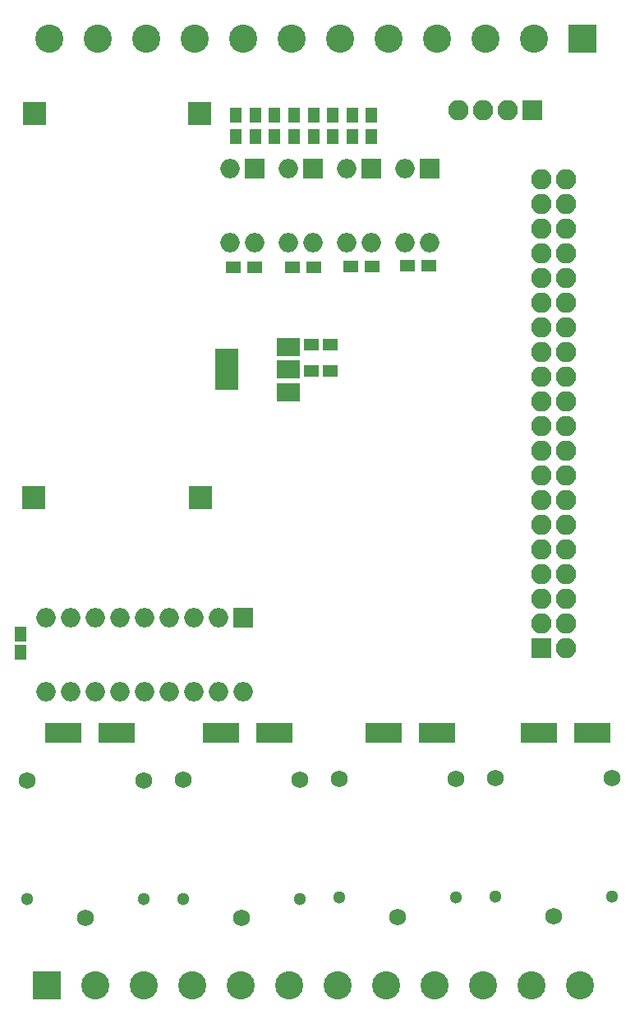
<source format=gbr>
G04 #@! TF.FileFunction,Soldermask,Top*
%FSLAX46Y46*%
G04 Gerber Fmt 4.6, Leading zero omitted, Abs format (unit mm)*
G04 Created by KiCad (PCBNEW 4.0.6-e0-6349~53~ubuntu16.04.1) date Tue Jul  4 14:55:03 2017*
%MOMM*%
%LPD*%
G01*
G04 APERTURE LIST*
%ADD10C,0.100000*%
%ADD11R,2.398980X2.398980*%
%ADD12R,1.150000X1.600000*%
%ADD13C,2.900000*%
%ADD14R,2.900000X2.900000*%
%ADD15R,2.100000X2.100000*%
%ADD16O,2.100000X2.100000*%
%ADD17R,1.300000X1.600000*%
%ADD18R,1.600000X1.300000*%
%ADD19R,2.000000X2.000000*%
%ADD20O,2.000000X2.000000*%
%ADD21R,1.600000X1.150000*%
%ADD22R,3.700000X2.100000*%
%ADD23R,2.400000X4.200000*%
%ADD24R,2.400000X1.900000*%
%ADD25C,1.750000*%
%ADD26C,1.300000*%
G04 APERTURE END LIST*
D10*
D11*
X170025000Y-33751500D03*
X152975000Y-33751500D03*
X170072500Y-73248500D03*
X152927500Y-73248500D03*
D12*
X151580000Y-89200000D03*
X151580000Y-87300000D03*
D13*
X154500000Y-26000000D03*
X159500000Y-26000000D03*
X164500000Y-26000000D03*
X169500000Y-26000000D03*
X174500000Y-26000000D03*
X179500000Y-26000000D03*
X184500000Y-26000000D03*
X189500000Y-26000000D03*
X194500000Y-26000000D03*
X199500000Y-26000000D03*
D14*
X209500000Y-26000000D03*
D13*
X204500000Y-26000000D03*
D15*
X204300000Y-33400000D03*
D16*
X201760000Y-33400000D03*
X199220000Y-33400000D03*
X196680000Y-33400000D03*
D13*
X209250000Y-123500000D03*
X204250000Y-123500000D03*
X199250000Y-123500000D03*
X194250000Y-123500000D03*
X189250000Y-123500000D03*
X184250000Y-123500000D03*
X179250000Y-123500000D03*
X174250000Y-123500000D03*
X169250000Y-123500000D03*
X164250000Y-123500000D03*
D14*
X154250000Y-123500000D03*
D13*
X159250000Y-123500000D03*
D15*
X205250000Y-88750000D03*
D16*
X207790000Y-88750000D03*
X205250000Y-86210000D03*
X207790000Y-86210000D03*
X205250000Y-83670000D03*
X207790000Y-83670000D03*
X205250000Y-81130000D03*
X207790000Y-81130000D03*
X205250000Y-78590000D03*
X207790000Y-78590000D03*
X205250000Y-76050000D03*
X207790000Y-76050000D03*
X205250000Y-73510000D03*
X207790000Y-73510000D03*
X205250000Y-70970000D03*
X207790000Y-70970000D03*
X205250000Y-68430000D03*
X207790000Y-68430000D03*
X205250000Y-65890000D03*
X207790000Y-65890000D03*
X205250000Y-63350000D03*
X207790000Y-63350000D03*
X205250000Y-60810000D03*
X207790000Y-60810000D03*
X205250000Y-58270000D03*
X207790000Y-58270000D03*
X205250000Y-55730000D03*
X207790000Y-55730000D03*
X205250000Y-53190000D03*
X207790000Y-53190000D03*
X205250000Y-50650000D03*
X207790000Y-50650000D03*
X205250000Y-48110000D03*
X207790000Y-48110000D03*
X205250000Y-45570000D03*
X207790000Y-45570000D03*
X205250000Y-43030000D03*
X207790000Y-43030000D03*
X205250000Y-40490000D03*
X207790000Y-40490000D03*
D17*
X187750000Y-36100000D03*
X187750000Y-33900000D03*
X185750000Y-36100000D03*
X185750000Y-33900000D03*
X181750000Y-36100000D03*
X181750000Y-33900000D03*
X183750000Y-36100000D03*
X183750000Y-33900000D03*
X179750000Y-36100000D03*
X179750000Y-33900000D03*
X177750000Y-36100000D03*
X177750000Y-33900000D03*
X173750000Y-36100000D03*
X173750000Y-33900000D03*
X175750000Y-36100000D03*
X175750000Y-33900000D03*
D18*
X191400000Y-49400000D03*
X193600000Y-49400000D03*
X185600000Y-49500000D03*
X187800000Y-49500000D03*
X179550000Y-49550000D03*
X181750000Y-49550000D03*
X173450000Y-49550000D03*
X175650000Y-49550000D03*
D19*
X174510000Y-85610000D03*
D20*
X154190000Y-93230000D03*
X171970000Y-85610000D03*
X156730000Y-93230000D03*
X169430000Y-85610000D03*
X159270000Y-93230000D03*
X166890000Y-85610000D03*
X161810000Y-93230000D03*
X164350000Y-85610000D03*
X164350000Y-93230000D03*
X161810000Y-85610000D03*
X166890000Y-93230000D03*
X159270000Y-85610000D03*
X169430000Y-93230000D03*
X156730000Y-85610000D03*
X171970000Y-93230000D03*
X154190000Y-85610000D03*
X174510000Y-93230000D03*
D19*
X187700000Y-39400000D03*
D20*
X185160000Y-47020000D03*
X185160000Y-39400000D03*
X187700000Y-47020000D03*
D19*
X181700000Y-39400000D03*
D20*
X179160000Y-47020000D03*
X179160000Y-39400000D03*
X181700000Y-47020000D03*
D19*
X175700000Y-39400000D03*
D20*
X173160000Y-47020000D03*
X173160000Y-39400000D03*
X175700000Y-47020000D03*
D19*
X193700000Y-39400000D03*
D20*
X191160000Y-47020000D03*
X191160000Y-39400000D03*
X193700000Y-47020000D03*
D21*
X181550000Y-57500000D03*
X183450000Y-57500000D03*
X181550000Y-60250000D03*
X183450000Y-60250000D03*
D22*
X156000000Y-97500000D03*
X161500000Y-97500000D03*
X172250000Y-97500000D03*
X177750000Y-97500000D03*
X189000000Y-97500000D03*
X194500000Y-97500000D03*
X205000000Y-97500000D03*
X210500000Y-97500000D03*
D23*
X172850000Y-60100000D03*
D24*
X179150000Y-60100000D03*
X179150000Y-57800000D03*
X179150000Y-62400000D03*
D25*
X158250000Y-116570000D03*
D26*
X152250000Y-114570000D03*
X164250000Y-114570000D03*
D25*
X164250000Y-102370000D03*
X152250000Y-102370000D03*
X174310000Y-116550000D03*
D26*
X168310000Y-114550000D03*
X180310000Y-114550000D03*
D25*
X180310000Y-102350000D03*
X168310000Y-102350000D03*
X190420000Y-116460000D03*
D26*
X184420000Y-114460000D03*
X196420000Y-114460000D03*
D25*
X196420000Y-102260000D03*
X184420000Y-102260000D03*
X206510000Y-116370000D03*
D26*
X200510000Y-114370000D03*
X212510000Y-114370000D03*
D25*
X212510000Y-102170000D03*
X200510000Y-102170000D03*
M02*

</source>
